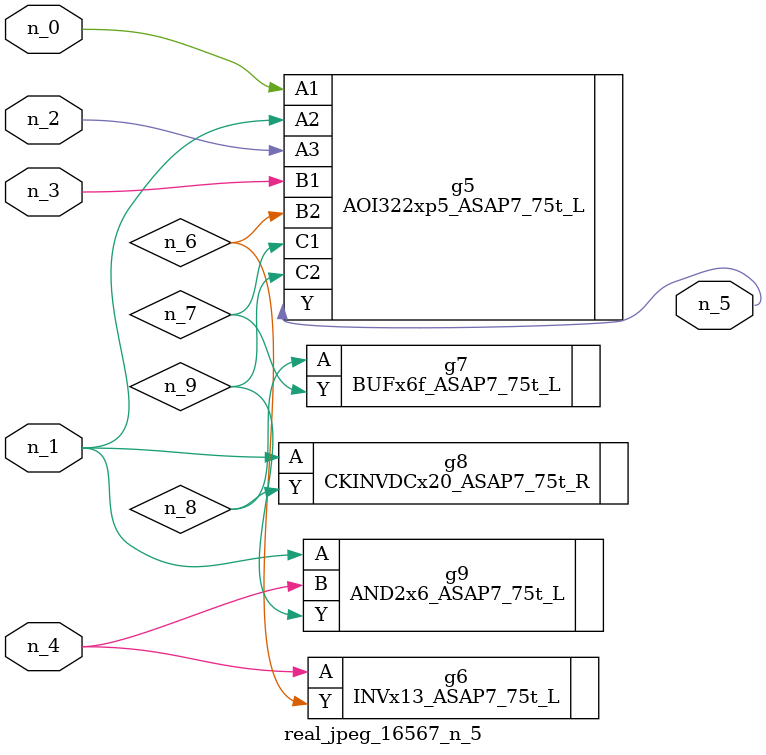
<source format=v>
module real_jpeg_16567_n_5 (n_4, n_0, n_1, n_2, n_3, n_5);

input n_4;
input n_0;
input n_1;
input n_2;
input n_3;

output n_5;

wire n_8;
wire n_6;
wire n_7;
wire n_9;

AOI322xp5_ASAP7_75t_L g5 ( 
.A1(n_0),
.A2(n_1),
.A3(n_2),
.B1(n_3),
.B2(n_6),
.C1(n_7),
.C2(n_9),
.Y(n_5)
);

CKINVDCx20_ASAP7_75t_R g8 ( 
.A(n_1),
.Y(n_8)
);

AND2x6_ASAP7_75t_L g9 ( 
.A(n_1),
.B(n_4),
.Y(n_9)
);

INVx13_ASAP7_75t_L g6 ( 
.A(n_4),
.Y(n_6)
);

BUFx6f_ASAP7_75t_L g7 ( 
.A(n_8),
.Y(n_7)
);


endmodule
</source>
